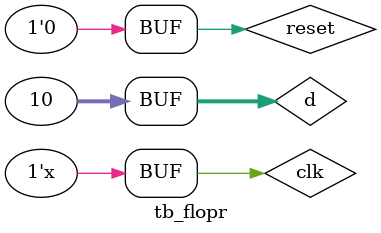
<source format=sv>
`timescale 1ns / 1ps


module tb_flopr();
logic clk, reset;
logic [31:0] d, q;

floprc #(32) dut(clk, reset, d, q);

always #5 clk=~clk;

initial begin
clk=0;
reset=1;
d=32'd4;
#12;
reset=0;
#10
d=32'd10;
end

endmodule

</source>
